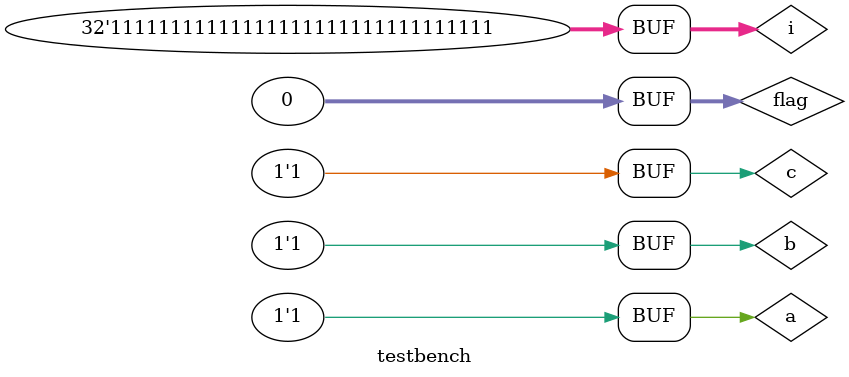
<source format=v>
`include "three_to_8_decoder.v"

module testbench();

reg a,b,c;
wire [7:0] out;
integer i,flag = 0;


three_to_eight_decoder dec(a,b,c,out);

initial begin
    a = 0;b=0;c=0;
    #5
    a = 0; b =0; c=1;
    #5
    a = 0;b=1;c=0;
    #5
    a = 0; b =1; c=1;
    #5
    a = 1;b=0;c=0;
    #5
    a = 1; b =0; c=1;
    #5
    a = 1;b=1;c=0;
    #5
    a = 1; b =1; c=1;

end



always @(out) begin
    for (i = 7;i>=0 ;i-- ) begin
        $display("out%d = %d at time %d",i,out[i],$time);
        
        

        
    end
    $display("\n");
    
    
end
endmodule
</source>
